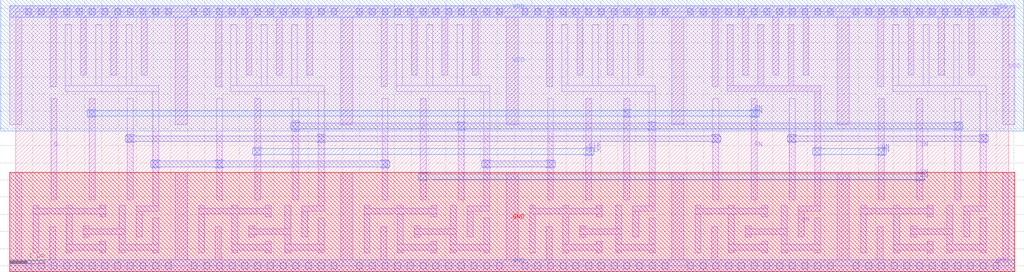
<source format=lef>
VERSION 5.7 ;
  NOWIREEXTENSIONATPIN ON ;
  DIVIDERCHAR "/" ;
  BUSBITCHARS "[]" ;
MACRO DFFSNRNQNX1
  CLASS CORE ;
  FOREIGN DFFSNRNQNX1 ;
  ORIGIN 0.000 0.000 ;
  SIZE 28.860 BY 7.400 ;
  SYMMETRY X Y R90 ;
  SITE unitrh ;
  PIN QN
    DIRECTION OUTPUT ;
    USE SIGNAL ;
    ANTENNAGATEAREA 1.033250 ;
    ANTENNADIFFAREA 1.931900 ;
    PORT
      LAYER li1 ;
        RECT 20.685 5.240 20.855 7.020 ;
        RECT 21.565 5.240 21.735 7.020 ;
        RECT 22.445 5.240 22.615 7.020 ;
        RECT 20.685 5.070 23.395 5.240 ;
        RECT 23.225 1.750 23.395 5.070 ;
        RECT 25.075 1.915 25.245 4.865 ;
        RECT 22.740 1.580 23.395 1.750 ;
        RECT 22.740 0.845 22.910 1.580 ;
      LAYER mcon ;
        RECT 23.225 3.245 23.395 3.415 ;
        RECT 25.075 3.245 25.245 3.415 ;
      LAYER met1 ;
        RECT 23.195 3.415 23.425 3.445 ;
        RECT 25.045 3.415 25.275 3.445 ;
        RECT 23.165 3.245 25.305 3.415 ;
        RECT 23.195 3.215 23.425 3.245 ;
        RECT 25.045 3.215 25.275 3.245 ;
    END
  END QN
  PIN D
    DIRECTION INPUT ;
    USE SIGNAL ;
    ANTENNAGATEAREA 1.033250 ;
    PORT
      LAYER li1 ;
        RECT 1.025 1.915 1.195 4.865 ;
    END
  END D
  PIN CLK
    DIRECTION INPUT ;
    USE SIGNAL ;
    ANTENNAGATEAREA 2.029700 ;
    PORT
      LAYER li1 ;
        RECT 6.945 1.915 7.115 4.865 ;
        RECT 16.565 1.915 16.735 4.865 ;
      LAYER mcon ;
        RECT 6.945 3.245 7.115 3.415 ;
        RECT 16.565 3.245 16.735 3.415 ;
      LAYER met1 ;
        RECT 6.915 3.415 7.145 3.445 ;
        RECT 16.535 3.415 16.765 3.445 ;
        RECT 6.885 3.245 16.795 3.415 ;
        RECT 6.915 3.215 7.145 3.245 ;
        RECT 16.535 3.215 16.765 3.245 ;
    END
  END CLK
  PIN SN
    DIRECTION INPUT ;
    USE SIGNAL ;
    ANTENNAGATEAREA 2.029700 ;
    PORT
      LAYER li1 ;
        RECT 11.755 1.915 11.925 4.865 ;
        RECT 26.185 1.915 26.355 4.865 ;
      LAYER mcon ;
        RECT 11.755 2.510 11.925 2.680 ;
        RECT 26.185 2.505 26.355 2.675 ;
      LAYER met1 ;
        RECT 11.725 2.680 11.955 2.710 ;
        RECT 11.695 2.675 12.105 2.680 ;
        RECT 26.155 2.675 26.385 2.705 ;
        RECT 11.695 2.510 26.415 2.675 ;
        RECT 11.725 2.480 11.955 2.510 ;
        RECT 12.105 2.505 26.415 2.510 ;
        RECT 26.155 2.475 26.385 2.505 ;
    END
  END SN
  PIN RN
    DIRECTION INPUT ;
    USE SIGNAL ;
    ANTENNAGATEAREA 3.056950 ;
    PORT
      LAYER li1 ;
        RECT 2.135 1.915 2.305 4.865 ;
        RECT 17.675 1.915 17.845 4.865 ;
        RECT 21.375 1.915 21.545 4.865 ;
      LAYER mcon ;
        RECT 2.135 4.355 2.305 4.525 ;
        RECT 17.675 4.355 17.845 4.525 ;
        RECT 21.375 4.355 21.545 4.525 ;
      LAYER met1 ;
        RECT 2.105 4.525 2.335 4.555 ;
        RECT 17.645 4.525 17.875 4.555 ;
        RECT 21.345 4.525 21.575 4.555 ;
        RECT 2.075 4.355 21.605 4.525 ;
        RECT 2.105 4.325 2.335 4.355 ;
        RECT 17.645 4.325 17.875 4.355 ;
        RECT 21.345 4.325 21.575 4.355 ;
    END
  END RN
  PIN VDD
    DIRECTION INOUT ;
    USE POWER ;
    SHAPE ABUTMENT ;
    PORT
      LAYER nwell ;
        RECT -0.435 3.930 29.295 7.750 ;
      LAYER li1 ;
        RECT -0.170 7.230 29.030 7.570 ;
        RECT -0.170 4.110 0.170 7.230 ;
        RECT 1.005 5.215 1.175 7.230 ;
        RECT 1.885 5.555 2.055 7.230 ;
        RECT 2.765 5.555 2.935 7.230 ;
        RECT 3.645 5.555 3.815 7.230 ;
        RECT 4.640 4.110 4.980 7.230 ;
        RECT 5.815 5.215 5.985 7.230 ;
        RECT 6.695 5.555 6.865 7.230 ;
        RECT 7.575 5.555 7.745 7.230 ;
        RECT 8.455 5.555 8.625 7.230 ;
        RECT 9.450 4.110 9.790 7.230 ;
        RECT 10.625 5.215 10.795 7.230 ;
        RECT 11.505 5.555 11.675 7.230 ;
        RECT 12.385 5.555 12.555 7.230 ;
        RECT 13.265 5.555 13.435 7.230 ;
        RECT 14.260 4.110 14.600 7.230 ;
        RECT 15.435 5.215 15.605 7.230 ;
        RECT 16.315 5.555 16.485 7.230 ;
        RECT 17.195 5.555 17.365 7.230 ;
        RECT 18.075 5.555 18.245 7.230 ;
        RECT 19.070 4.110 19.410 7.230 ;
        RECT 20.245 5.215 20.415 7.230 ;
        RECT 21.125 5.555 21.295 7.230 ;
        RECT 22.005 5.555 22.175 7.230 ;
        RECT 22.885 5.555 23.055 7.230 ;
        RECT 23.880 4.110 24.220 7.230 ;
        RECT 25.055 5.215 25.225 7.230 ;
        RECT 25.935 5.555 26.105 7.230 ;
        RECT 26.815 5.555 26.985 7.230 ;
        RECT 27.695 5.555 27.865 7.230 ;
        RECT 28.690 4.110 29.030 7.230 ;
      LAYER mcon ;
        RECT 0.285 7.315 0.455 7.485 ;
        RECT 0.655 7.315 0.825 7.485 ;
        RECT 1.025 7.315 1.195 7.485 ;
        RECT 1.395 7.315 1.565 7.485 ;
        RECT 1.765 7.315 1.935 7.485 ;
        RECT 2.135 7.315 2.305 7.485 ;
        RECT 2.505 7.315 2.675 7.485 ;
        RECT 2.875 7.315 3.045 7.485 ;
        RECT 3.245 7.315 3.415 7.485 ;
        RECT 3.615 7.315 3.785 7.485 ;
        RECT 3.985 7.315 4.155 7.485 ;
        RECT 4.355 7.315 4.525 7.485 ;
        RECT 5.095 7.315 5.265 7.485 ;
        RECT 5.465 7.315 5.635 7.485 ;
        RECT 5.835 7.315 6.005 7.485 ;
        RECT 6.205 7.315 6.375 7.485 ;
        RECT 6.575 7.315 6.745 7.485 ;
        RECT 6.945 7.315 7.115 7.485 ;
        RECT 7.315 7.315 7.485 7.485 ;
        RECT 7.685 7.315 7.855 7.485 ;
        RECT 8.055 7.315 8.225 7.485 ;
        RECT 8.425 7.315 8.595 7.485 ;
        RECT 8.795 7.315 8.965 7.485 ;
        RECT 9.165 7.315 9.335 7.485 ;
        RECT 9.905 7.315 10.075 7.485 ;
        RECT 10.275 7.315 10.445 7.485 ;
        RECT 10.645 7.315 10.815 7.485 ;
        RECT 11.015 7.315 11.185 7.485 ;
        RECT 11.385 7.315 11.555 7.485 ;
        RECT 11.755 7.315 11.925 7.485 ;
        RECT 12.125 7.315 12.295 7.485 ;
        RECT 12.495 7.315 12.665 7.485 ;
        RECT 12.865 7.315 13.035 7.485 ;
        RECT 13.235 7.315 13.405 7.485 ;
        RECT 13.605 7.315 13.775 7.485 ;
        RECT 13.975 7.315 14.145 7.485 ;
        RECT 14.715 7.315 14.885 7.485 ;
        RECT 15.085 7.315 15.255 7.485 ;
        RECT 15.455 7.315 15.625 7.485 ;
        RECT 15.825 7.315 15.995 7.485 ;
        RECT 16.195 7.315 16.365 7.485 ;
        RECT 16.565 7.315 16.735 7.485 ;
        RECT 16.935 7.315 17.105 7.485 ;
        RECT 17.305 7.315 17.475 7.485 ;
        RECT 17.675 7.315 17.845 7.485 ;
        RECT 18.045 7.315 18.215 7.485 ;
        RECT 18.415 7.315 18.585 7.485 ;
        RECT 18.785 7.315 18.955 7.485 ;
        RECT 19.525 7.315 19.695 7.485 ;
        RECT 19.895 7.315 20.065 7.485 ;
        RECT 20.265 7.315 20.435 7.485 ;
        RECT 20.635 7.315 20.805 7.485 ;
        RECT 21.005 7.315 21.175 7.485 ;
        RECT 21.375 7.315 21.545 7.485 ;
        RECT 21.745 7.315 21.915 7.485 ;
        RECT 22.115 7.315 22.285 7.485 ;
        RECT 22.485 7.315 22.655 7.485 ;
        RECT 22.855 7.315 23.025 7.485 ;
        RECT 23.225 7.315 23.395 7.485 ;
        RECT 23.595 7.315 23.765 7.485 ;
        RECT 24.335 7.315 24.505 7.485 ;
        RECT 24.705 7.315 24.875 7.485 ;
        RECT 25.075 7.315 25.245 7.485 ;
        RECT 25.445 7.315 25.615 7.485 ;
        RECT 25.815 7.315 25.985 7.485 ;
        RECT 26.185 7.315 26.355 7.485 ;
        RECT 26.555 7.315 26.725 7.485 ;
        RECT 26.925 7.315 27.095 7.485 ;
        RECT 27.295 7.315 27.465 7.485 ;
        RECT 27.665 7.315 27.835 7.485 ;
        RECT 28.035 7.315 28.205 7.485 ;
        RECT 28.405 7.315 28.575 7.485 ;
      LAYER met1 ;
        RECT -0.170 7.230 29.030 7.570 ;
    END
  END VDD
  PIN GND
    DIRECTION INOUT ;
    USE GROUND ;
    SHAPE ABUTMENT ;
    PORT
      LAYER pwell ;
        RECT -0.170 -0.170 29.030 2.720 ;
      LAYER li1 ;
        RECT -0.170 0.170 0.170 2.720 ;
        RECT 0.990 0.170 1.160 1.130 ;
        RECT 4.640 0.170 4.980 2.720 ;
        RECT 5.800 0.170 5.970 1.130 ;
        RECT 9.450 0.170 9.790 2.720 ;
        RECT 10.610 0.170 10.780 1.130 ;
        RECT 14.260 0.170 14.600 2.720 ;
        RECT 15.420 0.170 15.590 1.130 ;
        RECT 19.070 0.170 19.410 2.720 ;
        RECT 20.230 0.170 20.400 1.130 ;
        RECT 23.880 0.170 24.220 2.720 ;
        RECT 25.040 0.170 25.210 1.130 ;
        RECT 28.690 0.170 29.030 2.720 ;
        RECT -0.170 -0.170 29.030 0.170 ;
      LAYER mcon ;
        RECT 0.285 -0.085 0.455 0.085 ;
        RECT 0.655 -0.085 0.825 0.085 ;
        RECT 1.025 -0.085 1.195 0.085 ;
        RECT 1.395 -0.085 1.565 0.085 ;
        RECT 1.765 -0.085 1.935 0.085 ;
        RECT 2.135 -0.085 2.305 0.085 ;
        RECT 2.505 -0.085 2.675 0.085 ;
        RECT 2.875 -0.085 3.045 0.085 ;
        RECT 3.245 -0.085 3.415 0.085 ;
        RECT 3.615 -0.085 3.785 0.085 ;
        RECT 3.985 -0.085 4.155 0.085 ;
        RECT 4.355 -0.085 4.525 0.085 ;
        RECT 5.095 -0.085 5.265 0.085 ;
        RECT 5.465 -0.085 5.635 0.085 ;
        RECT 5.835 -0.085 6.005 0.085 ;
        RECT 6.205 -0.085 6.375 0.085 ;
        RECT 6.575 -0.085 6.745 0.085 ;
        RECT 6.945 -0.085 7.115 0.085 ;
        RECT 7.315 -0.085 7.485 0.085 ;
        RECT 7.685 -0.085 7.855 0.085 ;
        RECT 8.055 -0.085 8.225 0.085 ;
        RECT 8.425 -0.085 8.595 0.085 ;
        RECT 8.795 -0.085 8.965 0.085 ;
        RECT 9.165 -0.085 9.335 0.085 ;
        RECT 9.905 -0.085 10.075 0.085 ;
        RECT 10.275 -0.085 10.445 0.085 ;
        RECT 10.645 -0.085 10.815 0.085 ;
        RECT 11.015 -0.085 11.185 0.085 ;
        RECT 11.385 -0.085 11.555 0.085 ;
        RECT 11.755 -0.085 11.925 0.085 ;
        RECT 12.125 -0.085 12.295 0.085 ;
        RECT 12.495 -0.085 12.665 0.085 ;
        RECT 12.865 -0.085 13.035 0.085 ;
        RECT 13.235 -0.085 13.405 0.085 ;
        RECT 13.605 -0.085 13.775 0.085 ;
        RECT 13.975 -0.085 14.145 0.085 ;
        RECT 14.715 -0.085 14.885 0.085 ;
        RECT 15.085 -0.085 15.255 0.085 ;
        RECT 15.455 -0.085 15.625 0.085 ;
        RECT 15.825 -0.085 15.995 0.085 ;
        RECT 16.195 -0.085 16.365 0.085 ;
        RECT 16.565 -0.085 16.735 0.085 ;
        RECT 16.935 -0.085 17.105 0.085 ;
        RECT 17.305 -0.085 17.475 0.085 ;
        RECT 17.675 -0.085 17.845 0.085 ;
        RECT 18.045 -0.085 18.215 0.085 ;
        RECT 18.415 -0.085 18.585 0.085 ;
        RECT 18.785 -0.085 18.955 0.085 ;
        RECT 19.525 -0.085 19.695 0.085 ;
        RECT 19.895 -0.085 20.065 0.085 ;
        RECT 20.265 -0.085 20.435 0.085 ;
        RECT 20.635 -0.085 20.805 0.085 ;
        RECT 21.005 -0.085 21.175 0.085 ;
        RECT 21.375 -0.085 21.545 0.085 ;
        RECT 21.745 -0.085 21.915 0.085 ;
        RECT 22.115 -0.085 22.285 0.085 ;
        RECT 22.485 -0.085 22.655 0.085 ;
        RECT 22.855 -0.085 23.025 0.085 ;
        RECT 23.225 -0.085 23.395 0.085 ;
        RECT 23.595 -0.085 23.765 0.085 ;
        RECT 24.335 -0.085 24.505 0.085 ;
        RECT 24.705 -0.085 24.875 0.085 ;
        RECT 25.075 -0.085 25.245 0.085 ;
        RECT 25.445 -0.085 25.615 0.085 ;
        RECT 25.815 -0.085 25.985 0.085 ;
        RECT 26.185 -0.085 26.355 0.085 ;
        RECT 26.555 -0.085 26.725 0.085 ;
        RECT 26.925 -0.085 27.095 0.085 ;
        RECT 27.295 -0.085 27.465 0.085 ;
        RECT 27.665 -0.085 27.835 0.085 ;
        RECT 28.035 -0.085 28.205 0.085 ;
        RECT 28.405 -0.085 28.575 0.085 ;
      LAYER met1 ;
        RECT -0.170 -0.170 29.030 0.170 ;
    END
  END GND
  OBS
      LAYER li1 ;
        RECT 1.445 5.240 1.615 7.020 ;
        RECT 2.325 5.240 2.495 7.020 ;
        RECT 3.205 5.240 3.375 7.020 ;
        RECT 6.255 5.240 6.425 7.020 ;
        RECT 7.135 5.240 7.305 7.020 ;
        RECT 8.015 5.240 8.185 7.020 ;
        RECT 11.065 5.240 11.235 7.020 ;
        RECT 11.945 5.240 12.115 7.020 ;
        RECT 12.825 5.240 12.995 7.020 ;
        RECT 15.875 5.240 16.045 7.020 ;
        RECT 16.755 5.240 16.925 7.020 ;
        RECT 17.635 5.240 17.805 7.020 ;
        RECT 25.495 5.240 25.665 7.020 ;
        RECT 26.375 5.240 26.545 7.020 ;
        RECT 27.255 5.240 27.425 7.020 ;
        RECT 1.445 5.070 4.155 5.240 ;
        RECT 6.255 5.070 8.965 5.240 ;
        RECT 11.065 5.070 13.775 5.240 ;
        RECT 15.875 5.070 18.585 5.240 ;
        RECT 25.495 5.070 28.205 5.240 ;
        RECT 3.245 1.915 3.415 4.865 ;
        RECT 0.505 1.675 0.675 1.755 ;
        RECT 1.475 1.675 1.645 1.755 ;
        RECT 2.445 1.675 2.615 1.755 ;
        RECT 0.505 1.505 2.615 1.675 ;
        RECT 0.505 0.375 0.675 1.505 ;
        RECT 1.475 0.625 1.645 1.505 ;
        RECT 2.445 1.425 2.615 1.505 ;
        RECT 1.965 1.080 2.135 1.160 ;
        RECT 3.015 1.080 3.185 1.755 ;
        RECT 3.985 1.750 4.155 5.070 ;
        RECT 5.835 1.915 6.005 4.865 ;
        RECT 8.055 4.235 8.225 4.865 ;
        RECT 8.050 3.905 8.225 4.235 ;
        RECT 8.055 1.915 8.225 3.905 ;
        RECT 1.965 0.910 3.185 1.080 ;
        RECT 1.965 0.830 2.135 0.910 ;
        RECT 2.445 0.625 2.615 0.705 ;
        RECT 1.475 0.455 2.615 0.625 ;
        RECT 1.475 0.375 1.645 0.455 ;
        RECT 2.445 0.375 2.615 0.455 ;
        RECT 3.015 0.625 3.185 0.910 ;
        RECT 3.500 1.580 4.155 1.750 ;
        RECT 5.315 1.675 5.485 1.755 ;
        RECT 6.285 1.675 6.455 1.755 ;
        RECT 7.255 1.675 7.425 1.755 ;
        RECT 3.500 0.845 3.670 1.580 ;
        RECT 5.315 1.505 7.425 1.675 ;
        RECT 3.985 0.625 4.155 1.395 ;
        RECT 3.015 0.455 4.155 0.625 ;
        RECT 3.015 0.375 3.185 0.455 ;
        RECT 3.985 0.375 4.155 0.455 ;
        RECT 5.315 0.375 5.485 1.505 ;
        RECT 6.285 0.625 6.455 1.505 ;
        RECT 7.255 1.425 7.425 1.505 ;
        RECT 6.775 1.080 6.945 1.160 ;
        RECT 7.825 1.080 7.995 1.755 ;
        RECT 8.795 1.750 8.965 5.070 ;
        RECT 10.645 1.915 10.815 4.865 ;
        RECT 12.865 1.915 13.035 4.865 ;
        RECT 6.775 0.910 7.995 1.080 ;
        RECT 6.775 0.830 6.945 0.910 ;
        RECT 7.255 0.625 7.425 0.705 ;
        RECT 6.285 0.455 7.425 0.625 ;
        RECT 6.285 0.375 6.455 0.455 ;
        RECT 7.255 0.375 7.425 0.455 ;
        RECT 7.825 0.625 7.995 0.910 ;
        RECT 8.310 1.580 8.965 1.750 ;
        RECT 10.125 1.675 10.295 1.755 ;
        RECT 11.095 1.675 11.265 1.755 ;
        RECT 12.065 1.675 12.235 1.755 ;
        RECT 8.310 0.845 8.480 1.580 ;
        RECT 10.125 1.505 12.235 1.675 ;
        RECT 8.795 0.625 8.965 1.395 ;
        RECT 7.825 0.455 8.965 0.625 ;
        RECT 7.825 0.375 7.995 0.455 ;
        RECT 8.795 0.375 8.965 0.455 ;
        RECT 10.125 0.375 10.295 1.505 ;
        RECT 11.095 0.625 11.265 1.505 ;
        RECT 12.065 1.425 12.235 1.505 ;
        RECT 11.585 1.080 11.755 1.160 ;
        RECT 12.635 1.080 12.805 1.755 ;
        RECT 13.605 1.750 13.775 5.070 ;
        RECT 15.455 1.915 15.625 4.865 ;
        RECT 11.585 0.910 12.805 1.080 ;
        RECT 11.585 0.830 11.755 0.910 ;
        RECT 12.065 0.625 12.235 0.705 ;
        RECT 11.095 0.455 12.235 0.625 ;
        RECT 11.095 0.375 11.265 0.455 ;
        RECT 12.065 0.375 12.235 0.455 ;
        RECT 12.635 0.625 12.805 0.910 ;
        RECT 13.120 1.580 13.775 1.750 ;
        RECT 14.935 1.675 15.105 1.755 ;
        RECT 15.905 1.675 16.075 1.755 ;
        RECT 16.875 1.675 17.045 1.755 ;
        RECT 13.120 0.845 13.290 1.580 ;
        RECT 14.935 1.505 17.045 1.675 ;
        RECT 13.605 0.625 13.775 1.395 ;
        RECT 12.635 0.455 13.775 0.625 ;
        RECT 12.635 0.375 12.805 0.455 ;
        RECT 13.605 0.375 13.775 0.455 ;
        RECT 14.935 0.375 15.105 1.505 ;
        RECT 15.905 0.625 16.075 1.505 ;
        RECT 16.875 1.425 17.045 1.505 ;
        RECT 16.395 1.080 16.565 1.160 ;
        RECT 17.445 1.080 17.615 1.755 ;
        RECT 18.415 1.750 18.585 5.070 ;
        RECT 20.265 1.915 20.435 4.865 ;
        RECT 22.485 1.915 22.655 4.865 ;
        RECT 27.295 1.915 27.465 4.865 ;
        RECT 16.395 0.910 17.615 1.080 ;
        RECT 16.395 0.830 16.565 0.910 ;
        RECT 16.875 0.625 17.045 0.705 ;
        RECT 15.905 0.455 17.045 0.625 ;
        RECT 15.905 0.375 16.075 0.455 ;
        RECT 16.875 0.375 17.045 0.455 ;
        RECT 17.445 0.625 17.615 0.910 ;
        RECT 17.930 1.580 18.585 1.750 ;
        RECT 19.745 1.675 19.915 1.755 ;
        RECT 20.715 1.675 20.885 1.755 ;
        RECT 21.685 1.675 21.855 1.755 ;
        RECT 17.930 0.845 18.100 1.580 ;
        RECT 19.745 1.505 21.855 1.675 ;
        RECT 18.415 0.625 18.585 1.395 ;
        RECT 17.445 0.455 18.585 0.625 ;
        RECT 17.445 0.375 17.615 0.455 ;
        RECT 18.415 0.375 18.585 0.455 ;
        RECT 19.745 0.375 19.915 1.505 ;
        RECT 20.715 0.625 20.885 1.505 ;
        RECT 21.685 1.425 21.855 1.505 ;
        RECT 21.205 1.080 21.375 1.160 ;
        RECT 22.255 1.080 22.425 1.755 ;
        RECT 24.555 1.675 24.725 1.755 ;
        RECT 25.525 1.675 25.695 1.755 ;
        RECT 26.495 1.675 26.665 1.755 ;
        RECT 24.555 1.505 26.665 1.675 ;
        RECT 21.205 0.910 22.425 1.080 ;
        RECT 21.205 0.830 21.375 0.910 ;
        RECT 21.685 0.625 21.855 0.705 ;
        RECT 20.715 0.455 21.855 0.625 ;
        RECT 20.715 0.375 20.885 0.455 ;
        RECT 21.685 0.375 21.855 0.455 ;
        RECT 22.255 0.625 22.425 0.910 ;
        RECT 23.225 0.625 23.395 1.395 ;
        RECT 22.255 0.455 23.395 0.625 ;
        RECT 22.255 0.375 22.425 0.455 ;
        RECT 23.225 0.375 23.395 0.455 ;
        RECT 24.555 0.375 24.725 1.505 ;
        RECT 25.525 0.625 25.695 1.505 ;
        RECT 26.495 1.425 26.665 1.505 ;
        RECT 26.015 1.080 26.185 1.160 ;
        RECT 27.065 1.080 27.235 1.755 ;
        RECT 28.035 1.750 28.205 5.070 ;
        RECT 26.015 0.910 27.235 1.080 ;
        RECT 26.015 0.830 26.185 0.910 ;
        RECT 26.495 0.625 26.665 0.705 ;
        RECT 25.525 0.455 26.665 0.625 ;
        RECT 25.525 0.375 25.695 0.455 ;
        RECT 26.495 0.375 26.665 0.455 ;
        RECT 27.065 0.625 27.235 0.910 ;
        RECT 27.550 1.580 28.205 1.750 ;
        RECT 27.550 0.845 27.720 1.580 ;
        RECT 28.035 0.625 28.205 1.395 ;
        RECT 27.065 0.455 28.205 0.625 ;
        RECT 27.065 0.375 27.235 0.455 ;
        RECT 28.035 0.375 28.205 0.455 ;
      LAYER mcon ;
        RECT 3.245 3.615 3.415 3.785 ;
        RECT 3.985 2.880 4.155 3.050 ;
        RECT 8.050 3.985 8.220 4.155 ;
        RECT 5.835 2.880 6.005 3.050 ;
        RECT 8.795 3.615 8.965 3.785 ;
        RECT 10.645 2.880 10.815 3.050 ;
        RECT 12.865 3.985 13.035 4.155 ;
        RECT 13.605 2.875 13.775 3.045 ;
        RECT 15.455 2.875 15.625 3.045 ;
        RECT 18.415 3.985 18.585 4.155 ;
        RECT 20.265 3.615 20.435 3.785 ;
        RECT 22.485 3.615 22.655 3.785 ;
        RECT 27.295 3.985 27.465 4.155 ;
        RECT 28.035 3.615 28.205 3.785 ;
      LAYER met1 ;
        RECT 8.020 4.155 8.250 4.185 ;
        RECT 12.835 4.155 13.065 4.185 ;
        RECT 18.385 4.155 18.615 4.185 ;
        RECT 27.265 4.155 27.495 4.185 ;
        RECT 7.990 3.985 27.525 4.155 ;
        RECT 8.020 3.955 8.250 3.985 ;
        RECT 12.835 3.955 13.065 3.985 ;
        RECT 18.385 3.955 18.615 3.985 ;
        RECT 27.265 3.955 27.495 3.985 ;
        RECT 3.215 3.785 3.445 3.815 ;
        RECT 8.765 3.785 8.995 3.815 ;
        RECT 20.235 3.785 20.465 3.815 ;
        RECT 22.455 3.785 22.685 3.815 ;
        RECT 28.005 3.785 28.235 3.815 ;
        RECT 3.185 3.615 20.495 3.785 ;
        RECT 22.425 3.615 28.265 3.785 ;
        RECT 3.215 3.585 3.445 3.615 ;
        RECT 8.765 3.585 8.995 3.615 ;
        RECT 20.235 3.585 20.465 3.615 ;
        RECT 22.455 3.585 22.685 3.615 ;
        RECT 28.005 3.585 28.235 3.615 ;
        RECT 3.955 3.050 4.185 3.080 ;
        RECT 5.805 3.050 6.035 3.080 ;
        RECT 10.615 3.050 10.845 3.080 ;
        RECT 3.925 2.880 10.875 3.050 ;
        RECT 13.575 3.045 13.805 3.075 ;
        RECT 15.425 3.045 15.655 3.075 ;
        RECT 3.955 2.850 4.185 2.880 ;
        RECT 5.805 2.850 6.035 2.880 ;
        RECT 10.615 2.850 10.845 2.880 ;
        RECT 13.545 2.875 15.685 3.045 ;
        RECT 13.575 2.845 13.805 2.875 ;
        RECT 15.425 2.845 15.655 2.875 ;
  END
END DFFSNRNQNX1
END LIBRARY


</source>
